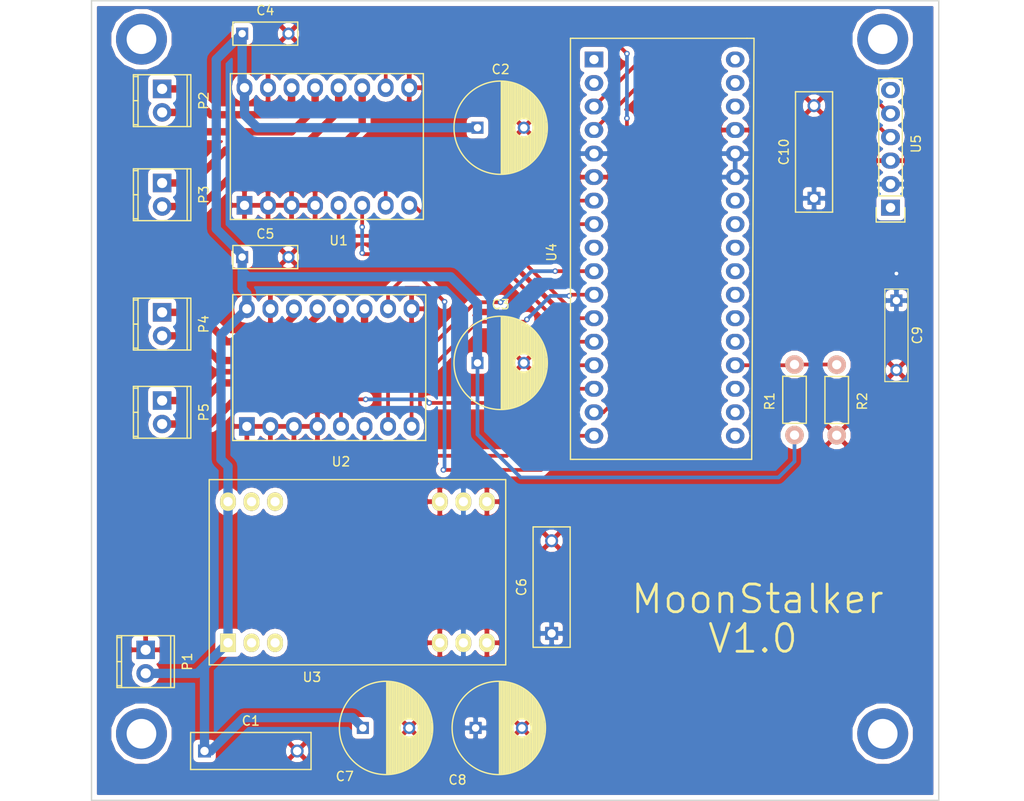
<source format=kicad_pcb>
(kicad_pcb (version 4) (host pcbnew 4.0.6-e0-6349~53~ubuntu16.04.1)
  (layers (0 F.Cu signal) (31 B.Cu signal) (34 B.Paste user) (35 F.Paste user) (36 B.SilkS user) (37 F.SilkS user) (38 B.Mask user) (39 F.Mask user) (44 Edge.Cuts user))
  (net 0 "")
  (net 1 VAA)
  (net 2 GND)
  (net 3 VCC)
  (net 4 "Net-(P2-Pad2)")
  (net 5 "Net-(P2-Pad1)")
  (net 6 "Net-(P3-Pad2)")
  (net 7 "Net-(P3-Pad1)")
  (net 8 "Net-(P4-Pad2)")
  (net 9 "Net-(P4-Pad1)")
  (net 10 "Net-(P5-Pad2)")
  (net 11 "Net-(P5-Pad1)")
  (net 12 VBATT)
  (net 13 HORIZ_RESET)
  (net 14 HORIZ_SLEEP)
  (net 15 HORIZ_STEP)
  (net 16 HORIZ_DIR)
  (net 17 HORIZ_FAULT)
  (net 18 VERT_RESET)
  (net 19 VERT_SLEEP)
  (net 20 VERT_STEP)
  (net 21 VERT_DIR)
  (net 22 VERT_FAULT)
  (net 23 "Net-(U3-Pad3)")
  (net 24 "Net-(U3-Pad2)")
  (net 25 "Net-(U3-Pad23)")
  (net 26 "Net-(U3-Pad22)")
  (net 27 "Net-(U4-Pad1)")
  (net 28 "Net-(U4-Pad2)")
  (net 29 RXD)
  (net 30 TXD)
  (net 31 "Net-(U4-Pad9)")
  (net 32 "Net-(U4-Pad18)")
  (net 33 "Net-(U4-Pad19)")
  (net 34 "Net-(U4-Pad20)")
  (net 35 "Net-(U4-Pad22)")
  (net 36 "Net-(U4-Pad23)")
  (net 37 "Net-(U4-Pad24)")
  (net 38 "Net-(U4-Pad25)")
  (net 39 "Net-(U4-Pad26)")
  (net 40 "Net-(U4-Pad27)")
  (net 41 "Net-(U4-Pad28)")
  (net 42 "Net-(U4-Pad32)")
  (net 43 "Net-(U4-Pad33)")
  (net 44 "Net-(U4-Pad34)")
  (net 45 "Net-(U5-Pad1)")
  (net 46 "Net-(U5-Pad6)")
  (module Capacitors_ThroughHole:C_Rect_L13_W4_P10 (layer F.Cu) (at 66.802 134.366)
    (fp_text reference C1 (at 5 -3.25) (layer F.SilkS))
    (fp_text value 47nF)
    (pad 1 thru_hole rect (at 0 0) (size 1.4 1.4) (drill 0.9) (layers *.Cu *.Mask) (net 1 VAA))
    (pad 2 thru_hole circle (at 10 0) (size 1.4 1.4) (drill 0.9) (layers *.Cu *.Mask) (net 2 GND))
  )
  (module Capacitors_ThroughHole:C_Radial_D10_L13_P5 (layer F.Cu) (at 96.266 67.056)
    (fp_text reference C2 (at 2.5 -6.3) (layer F.SilkS))
    (fp_text value 220uF)
    (pad 1 thru_hole rect (at 0 0) (size 1.3 1.3) (drill 0.8) (layers *.Cu *.Mask) (net 1 VAA))
    (pad 2 thru_hole circle (at 5 0) (size 1.3 1.3) (drill 0.8) (layers *.Cu *.Mask) (net 2 GND))
  )
  (module Capacitors_ThroughHole:C_Radial_D10_L13_P5 (layer F.Cu) (at 96.266 92.456)
    (fp_text reference C3 (at 2.5 -6.3) (layer F.SilkS))
    (fp_text value 220uF)
    (pad 1 thru_hole rect (at 0 0) (size 1.3 1.3) (drill 0.8) (layers *.Cu *.Mask) (net 1 VAA))
    (pad 2 thru_hole circle (at 5 0) (size 1.3 1.3) (drill 0.8) (layers *.Cu *.Mask) (net 2 GND))
  )
  (module Capacitors_ThroughHole:C_Rect_L7_W2.5_P5 (layer F.Cu) (at 70.866 56.896)
    (fp_text reference C4 (at 2.5 -2.5) (layer F.SilkS))
    (fp_text value 100nF)
    (pad 1 thru_hole rect (at 0 0) (size 1.3 1.3) (drill 0.8) (layers *.Cu *.Mask) (net 1 VAA))
    (pad 2 thru_hole circle (at 5 0) (size 1.3 1.3) (drill 0.8) (layers *.Cu *.Mask) (net 2 GND))
  )
  (module Capacitors_ThroughHole:C_Rect_L7_W2.5_P5 (layer F.Cu) (at 70.866 81.026)
    (fp_text reference C5 (at 2.5 -2.5) (layer F.SilkS))
    (fp_text value 100nF)
    (pad 1 thru_hole rect (at 0 0) (size 1.3 1.3) (drill 0.8) (layers *.Cu *.Mask) (net 1 VAA))
    (pad 2 thru_hole circle (at 5 0) (size 1.3 1.3) (drill 0.8) (layers *.Cu *.Mask) (net 2 GND))
  )
  (module Capacitors_ThroughHole:C_Rect_L13_W4_P10 (layer F.Cu) (at 104.267 121.666 90)
    (fp_text reference C6 (at 5 -3.25 90) (layer F.SilkS))
    (fp_text value 47nF)
    (pad 1 thru_hole rect (at 0 0 90) (size 1.4 1.4) (drill 0.9) (layers *.Cu *.Mask) (net 3 VCC))
    (pad 2 thru_hole circle (at 10 0 90) (size 1.4 1.4) (drill 0.9) (layers *.Cu *.Mask) (net 2 GND))
  )
  (module Capacitors_ThroughHole:C_Radial_D10_L16_P5 (layer F.Cu) (at 83.8962 131.8768)
    (fp_text reference C7 (at -1.9558 5.2324) (layer F.SilkS))
    (fp_text value 1000uF)
    (pad 1 thru_hole rect (at 0 0) (size 1.3 1.3) (drill 0.8) (layers *.Cu *.Mask) (net 1 VAA))
    (pad 2 thru_hole circle (at 5 0) (size 1.3 1.3) (drill 0.8) (layers *.Cu *.Mask) (net 2 GND))
  )
  (module Capacitors_ThroughHole:C_Radial_D10_L16_P5 (layer F.Cu) (at 96.0628 131.8768)
    (fp_text reference C8 (at -1.9558 5.6134) (layer F.SilkS))
    (fp_text value 1000uF)
    (pad 1 thru_hole rect (at 0 0) (size 1.3 1.3) (drill 0.8) (layers *.Cu *.Mask) (net 3 VCC))
    (pad 2 thru_hole circle (at 5 0) (size 1.3 1.3) (drill 0.8) (layers *.Cu *.Mask) (net 2 GND))
  )
  (module Capacitors_ThroughHole:C_Rect_L10_W2.5_P7.5 (layer F.Cu) (at 141.478 85.725 270)
    (fp_text reference C9 (at 3.75 -2.25 270) (layer F.SilkS))
    (fp_text value 47nF)
    (pad 1 thru_hole rect (at 0 0 270) (size 1.3 1.3) (drill 0.8) (layers *.Cu *.Mask) (net 3 VCC))
    (pad 2 thru_hole circle (at 7.5 0 270) (size 1.3 1.3) (drill 0.8) (layers *.Cu *.Mask) (net 2 GND))
  )
  (module Capacitors_ThroughHole:C_Rect_L13_W4_P10 (layer F.Cu) (at 132.588 74.676 90)
    (fp_text reference C10 (at 5 -3.25 90) (layer F.SilkS))
    (fp_text value 47nF)
    (pad 1 thru_hole rect (at 0 0 90) (size 1.4 1.4) (drill 0.9) (layers *.Cu *.Mask) (net 3 VCC))
    (pad 2 thru_hole circle (at 10 0 90) (size 1.4 1.4) (drill 0.9) (layers *.Cu *.Mask) (net 2 GND))
  )
  (module Terminal_Blocks:TerminalBlock_Pheonix_MPT-2.54mm_2pol (layer F.Cu) (at 60.452 123.444 270)
    (fp_text reference P1 (at 1.27 -4.50088 270) (layer F.SilkS))
    (fp_text value CONN_01X02)
    (pad 2 thru_hole oval (at 2.54 0 270) (size 1.99898 1.99898) (drill 1.09728) (layers *.Cu *.Mask) (net 1 VAA))
    (pad 1 thru_hole rect (at 0 0 270) (size 1.99898 1.99898) (drill 1.09728) (layers *.Cu *.Mask) (net 2 GND))
  )
  (module Terminal_Blocks:TerminalBlock_Pheonix_MPT-2.54mm_2pol (layer F.Cu) (at 62.23 62.865 270)
    (fp_text reference P2 (at 1.27 -4.50088 270) (layer F.SilkS))
    (fp_text value CONN_01X02)
    (pad 2 thru_hole oval (at 2.54 0 270) (size 1.99898 1.99898) (drill 1.09728) (layers *.Cu *.Mask) (net 4 "Net-(P2-Pad2)"))
    (pad 1 thru_hole rect (at 0 0 270) (size 1.99898 1.99898) (drill 1.09728) (layers *.Cu *.Mask) (net 5 "Net-(P2-Pad1)"))
  )
  (module Terminal_Blocks:TerminalBlock_Pheonix_MPT-2.54mm_2pol (layer F.Cu) (at 62.23 73.025 270)
    (fp_text reference P3 (at 1.27 -4.50088 270) (layer F.SilkS))
    (fp_text value CONN_01X02)
    (pad 2 thru_hole oval (at 2.54 0 270) (size 1.99898 1.99898) (drill 1.09728) (layers *.Cu *.Mask) (net 6 "Net-(P3-Pad2)"))
    (pad 1 thru_hole rect (at 0 0 270) (size 1.99898 1.99898) (drill 1.09728) (layers *.Cu *.Mask) (net 7 "Net-(P3-Pad1)"))
  )
  (module Terminal_Blocks:TerminalBlock_Pheonix_MPT-2.54mm_2pol (layer F.Cu) (at 62.23 86.995 270)
    (fp_text reference P4 (at 1.27 -4.50088 270) (layer F.SilkS))
    (fp_text value CONN_01X02)
    (pad 2 thru_hole oval (at 2.54 0 270) (size 1.99898 1.99898) (drill 1.09728) (layers *.Cu *.Mask) (net 8 "Net-(P4-Pad2)"))
    (pad 1 thru_hole rect (at 0 0 270) (size 1.99898 1.99898) (drill 1.09728) (layers *.Cu *.Mask) (net 9 "Net-(P4-Pad1)"))
  )
  (module Terminal_Blocks:TerminalBlock_Pheonix_MPT-2.54mm_2pol (layer F.Cu) (at 62.23 96.52 270)
    (fp_text reference P5 (at 1.27 -4.50088 270) (layer F.SilkS))
    (fp_text value CONN_01X02)
    (pad 2 thru_hole oval (at 2.54 0 270) (size 1.99898 1.99898) (drill 1.09728) (layers *.Cu *.Mask) (net 10 "Net-(P5-Pad2)"))
    (pad 1 thru_hole rect (at 0 0 270) (size 1.99898 1.99898) (drill 1.09728) (layers *.Cu *.Mask) (net 11 "Net-(P5-Pad1)"))
  )
  (module Resistors_ThroughHole:Resistor_Horizontal_RM7mm (layer F.Cu) (at 130.4798 100.24872 90)
    (fp_text reference R1 (at 3.64872 -2.6798 90) (layer F.SilkS))
    (fp_text value 3k3)
    (pad 1 thru_hole circle (at 0 0 90) (size 1.99898 1.99898) (drill 1.00076) (layers *.Cu *.SilkS *.Mask) (net 1 VAA))
    (pad 2 thru_hole circle (at 7.62 0 90) (size 1.99898 1.99898) (drill 1.00076) (layers *.Cu *.SilkS *.Mask) (net 12 VBATT))
  )
  (module Resistors_ThroughHole:Resistor_Horizontal_RM7mm (layer F.Cu) (at 135.03402 92.64904 270)
    (fp_text reference R2 (at 3.95096 -2.76598 270) (layer F.SilkS))
    (fp_text value 1k)
    (pad 1 thru_hole circle (at 0 0 270) (size 1.99898 1.99898) (drill 1.00076) (layers *.Cu *.SilkS *.Mask) (net 12 VBATT))
    (pad 2 thru_hole circle (at 7.62 0 270) (size 1.99898 1.99898) (drill 1.00076) (layers *.Cu *.SilkS *.Mask) (net 2 GND))
  )
  (module MoonStalker:Pololu_DRV8825 (layer F.Cu) (at 71.12 75.438)
    (fp_text reference U1 (at 10.16 3.81) (layer F.SilkS))
    (fp_text value Pololu_DRV8825)
    (pad 1 thru_hole rect (at 0 0) (size 1.7 2) (drill 1) (layers *.Cu *.Mask) (net 2 GND))
    (pad 2 thru_hole oval (at 2.54 0) (size 1.7 2) (drill 1) (layers *.Cu *.Mask) (net 2 GND))
    (pad 3 thru_hole oval (at 5.08 0) (size 1.7 2) (drill 1) (layers *.Cu *.Mask) (net 2 GND))
    (pad 4 thru_hole oval (at 7.62 0) (size 1.7 2) (drill 1) (layers *.Cu *.Mask) (net 2 GND))
    (pad 5 thru_hole oval (at 10.16 0) (size 1.7 2) (drill 1) (layers *.Cu *.Mask) (net 13 HORIZ_RESET))
    (pad 6 thru_hole oval (at 12.7 0) (size 1.7 2) (drill 1) (layers *.Cu *.Mask) (net 14 HORIZ_SLEEP))
    (pad 7 thru_hole oval (at 15.24 0) (size 1.7 2) (drill 1) (layers *.Cu *.Mask) (net 15 HORIZ_STEP))
    (pad 8 thru_hole oval (at 17.78 0) (size 1.7 2) (drill 1) (layers *.Cu *.Mask) (net 16 HORIZ_DIR))
    (pad 9 thru_hole oval (at 17.78 -12.7) (size 1.7 2) (drill 1) (layers *.Cu *.Mask) (net 2 GND))
    (pad 10 thru_hole oval (at 15.24 -12.7) (size 1.7 2) (drill 1) (layers *.Cu *.Mask) (net 17 HORIZ_FAULT))
    (pad 11 thru_hole oval (at 12.7 -12.7) (size 1.7 2) (drill 1) (layers *.Cu *.Mask) (net 6 "Net-(P3-Pad2)"))
    (pad 12 thru_hole oval (at 10.16 -12.7) (size 1.7 2) (drill 1) (layers *.Cu *.Mask) (net 7 "Net-(P3-Pad1)"))
    (pad 13 thru_hole oval (at 7.62 -12.7) (size 1.7 2) (drill 1) (layers *.Cu *.Mask) (net 4 "Net-(P2-Pad2)"))
    (pad 14 thru_hole oval (at 5.08 -12.7) (size 1.7 2) (drill 1) (layers *.Cu *.Mask) (net 5 "Net-(P2-Pad1)"))
    (pad 15 thru_hole oval (at 2.54 -12.7) (size 1.7 2) (drill 1) (layers *.Cu *.Mask) (net 2 GND))
    (pad 16 thru_hole oval (at 0 -12.7) (size 1.7 2) (drill 1) (layers *.Cu *.Mask) (net 1 VAA))
  )
  (module MoonStalker:Pololu_DRV8825 (layer F.Cu) (at 71.374 99.314)
    (fp_text reference U2 (at 10.16 3.81) (layer F.SilkS))
    (fp_text value Pololu_DRV8825)
    (pad 1 thru_hole rect (at 0 0) (size 1.7 2) (drill 1) (layers *.Cu *.Mask) (net 2 GND))
    (pad 2 thru_hole oval (at 2.54 0) (size 1.7 2) (drill 1) (layers *.Cu *.Mask) (net 2 GND))
    (pad 3 thru_hole oval (at 5.08 0) (size 1.7 2) (drill 1) (layers *.Cu *.Mask) (net 2 GND))
    (pad 4 thru_hole oval (at 7.62 0) (size 1.7 2) (drill 1) (layers *.Cu *.Mask) (net 2 GND))
    (pad 5 thru_hole oval (at 10.16 0) (size 1.7 2) (drill 1) (layers *.Cu *.Mask) (net 18 VERT_RESET))
    (pad 6 thru_hole oval (at 12.7 0) (size 1.7 2) (drill 1) (layers *.Cu *.Mask) (net 19 VERT_SLEEP))
    (pad 7 thru_hole oval (at 15.24 0) (size 1.7 2) (drill 1) (layers *.Cu *.Mask) (net 20 VERT_STEP))
    (pad 8 thru_hole oval (at 17.78 0) (size 1.7 2) (drill 1) (layers *.Cu *.Mask) (net 21 VERT_DIR))
    (pad 9 thru_hole oval (at 17.78 -12.7) (size 1.7 2) (drill 1) (layers *.Cu *.Mask) (net 2 GND))
    (pad 10 thru_hole oval (at 15.24 -12.7) (size 1.7 2) (drill 1) (layers *.Cu *.Mask) (net 22 VERT_FAULT))
    (pad 11 thru_hole oval (at 12.7 -12.7) (size 1.7 2) (drill 1) (layers *.Cu *.Mask) (net 10 "Net-(P5-Pad2)"))
    (pad 12 thru_hole oval (at 10.16 -12.7) (size 1.7 2) (drill 1) (layers *.Cu *.Mask) (net 11 "Net-(P5-Pad1)"))
    (pad 13 thru_hole oval (at 7.62 -12.7) (size 1.7 2) (drill 1) (layers *.Cu *.Mask) (net 8 "Net-(P4-Pad2)"))
    (pad 14 thru_hole oval (at 5.08 -12.7) (size 1.7 2) (drill 1) (layers *.Cu *.Mask) (net 9 "Net-(P4-Pad1)"))
    (pad 15 thru_hole oval (at 2.54 -12.7) (size 1.7 2) (drill 1) (layers *.Cu *.Mask) (net 2 GND))
    (pad 16 thru_hole oval (at 0 -12.7) (size 1.7 2) (drill 1) (layers *.Cu *.Mask) (net 1 VAA))
  )
  (module MoonStalker:TEL3-1211 (layer F.Cu) (at 83.312 115.062)
    (fp_text reference U3 (at -4.912 11.338) (layer F.SilkS))
    (fp_text value TEL3-1211)
    (pad 3 thru_hole oval (at -8.89 7.62) (size 1.7 2) (drill 1) (layers *.Cu *.Mask F.SilkS) (net 23 "Net-(U3-Pad3)"))
    (pad 2 thru_hole oval (at -11.43 7.62) (size 1.7 2) (drill 1) (layers *.Cu *.Mask F.SilkS) (net 24 "Net-(U3-Pad2)"))
    (pad 1 thru_hole rect (at -13.97 7.62) (size 1.7 2) (drill 1) (layers *.Cu *.Mask F.SilkS) (net 1 VAA))
    (pad 24 thru_hole oval (at -13.97 -7.62) (size 1.7 2) (drill 1) (layers *.Cu *.Mask F.SilkS) (net 1 VAA))
    (pad 23 thru_hole oval (at -11.43 -7.62) (size 1.7 2) (drill 1) (layers *.Cu *.Mask F.SilkS) (net 25 "Net-(U3-Pad23)"))
    (pad 22 thru_hole oval (at -8.89 -7.62) (size 1.7 2) (drill 1) (layers *.Cu *.Mask F.SilkS) (net 26 "Net-(U3-Pad22)"))
    (pad 15 thru_hole oval (at 8.89 -7.62) (size 1.7 2) (drill 1) (layers *.Cu *.Mask F.SilkS) (net 2 GND))
    (pad 14 thru_hole oval (at 11.43 -7.62) (size 1.7 2) (drill 1) (layers *.Cu *.Mask F.SilkS) (net 3 VCC))
    (pad 13 thru_hole oval (at 13.97 -7.62) (size 1.7 2) (drill 1) (layers *.Cu *.Mask F.SilkS) (net 2 GND))
    (pad 10 thru_hole oval (at 8.89 7.62) (size 1.7 2) (drill 1) (layers *.Cu *.Mask F.SilkS) (net 2 GND))
    (pad 11 thru_hole oval (at 11.43 7.62) (size 1.7 2) (drill 1) (layers *.Cu *.Mask F.SilkS) (net 3 VCC))
    (pad 12 thru_hole oval (at 13.97 7.62) (size 1.7 2) (drill 1) (layers *.Cu *.Mask F.SilkS) (net 2 GND))
  )
  (module MoonStalker:Arduino_Micro (layer F.Cu) (at 108.839 59.69 270)
    (fp_text reference U4 (at 20.828 4.572 270) (layer F.SilkS))
    (fp_text value Arduino_Micro)
    (pad 1 thru_hole rect (at 0 0 270) (size 1.7 2) (drill 1) (layers *.Cu *.Mask) (net 27 "Net-(U4-Pad1)"))
    (pad 2 thru_hole oval (at 2.54 0 270) (size 1.7 2) (drill 1) (layers *.Cu *.Mask) (net 28 "Net-(U4-Pad2)"))
    (pad 3 thru_hole oval (at 5.08 0 270) (size 1.7 2) (drill 1) (layers *.Cu *.Mask) (net 29 RXD))
    (pad 4 thru_hole oval (at 7.62 0 270) (size 1.7 2) (drill 1) (layers *.Cu *.Mask) (net 30 TXD))
    (pad 5 thru_hole oval (at 10.16 0 270) (size 1.7 2) (drill 1) (layers *.Cu *.Mask) (net 3 VCC))
    (pad 6 thru_hole oval (at 12.7 0 270) (size 1.7 2) (drill 1) (layers *.Cu *.Mask) (net 2 GND))
    (pad 7 thru_hole oval (at 15.24 0 270) (size 1.7 2) (drill 1) (layers *.Cu *.Mask) (net 15 HORIZ_STEP))
    (pad 8 thru_hole oval (at 17.78 0 270) (size 1.7 2) (drill 1) (layers *.Cu *.Mask) (net 16 HORIZ_DIR))
    (pad 9 thru_hole oval (at 20.32 0 270) (size 1.7 2) (drill 1) (layers *.Cu *.Mask) (net 31 "Net-(U4-Pad9)"))
    (pad 10 thru_hole oval (at 22.86 0 270) (size 1.7 2) (drill 1) (layers *.Cu *.Mask) (net 20 VERT_STEP))
    (pad 11 thru_hole oval (at 25.4 0 270) (size 1.7 2) (drill 1) (layers *.Cu *.Mask) (net 21 VERT_DIR))
    (pad 12 thru_hole oval (at 27.94 0 270) (size 1.7 2) (drill 1) (layers *.Cu *.Mask) (net 13 HORIZ_RESET))
    (pad 13 thru_hole oval (at 30.48 0 270) (size 1.7 2) (drill 1) (layers *.Cu *.Mask) (net 14 HORIZ_SLEEP))
    (pad 14 thru_hole oval (at 33.02 0 270) (size 1.7 2) (drill 1) (layers *.Cu *.Mask) (net 18 VERT_RESET))
    (pad 15 thru_hole oval (at 35.56 0 270) (size 1.7 2) (drill 1) (layers *.Cu *.Mask) (net 19 VERT_SLEEP))
    (pad 16 thru_hole oval (at 38.1 0 270) (size 1.7 2) (drill 1) (layers *.Cu *.Mask) (net 17 HORIZ_FAULT))
    (pad 17 thru_hole oval (at 40.64 0 270) (size 1.7 2) (drill 1) (layers *.Cu *.Mask) (net 22 VERT_FAULT))
    (pad 18 thru_hole oval (at 40.64 -15.24 270) (size 1.7 2) (drill 1) (layers *.Cu *.Mask) (net 32 "Net-(U4-Pad18)"))
    (pad 19 thru_hole oval (at 38.1 -15.24 270) (size 1.7 2) (drill 1) (layers *.Cu *.Mask) (net 33 "Net-(U4-Pad19)"))
    (pad 20 thru_hole oval (at 35.56 -15.24 270) (size 1.7 2) (drill 1) (layers *.Cu *.Mask) (net 34 "Net-(U4-Pad20)"))
    (pad 21 thru_hole oval (at 33.02 -15.24 270) (size 1.7 2) (drill 1) (layers *.Cu *.Mask) (net 12 VBATT))
    (pad 22 thru_hole oval (at 30.48 -15.24 270) (size 1.7 2) (drill 1) (layers *.Cu *.Mask) (net 35 "Net-(U4-Pad22)"))
    (pad 23 thru_hole oval (at 27.94 -15.24 270) (size 1.7 2) (drill 1) (layers *.Cu *.Mask) (net 36 "Net-(U4-Pad23)"))
    (pad 24 thru_hole oval (at 25.4 -15.24 270) (size 1.7 2) (drill 1) (layers *.Cu *.Mask) (net 37 "Net-(U4-Pad24)"))
    (pad 25 thru_hole oval (at 22.86 -15.24 270) (size 1.7 2) (drill 1) (layers *.Cu *.Mask) (net 38 "Net-(U4-Pad25)"))
    (pad 26 thru_hole oval (at 20.32 -15.24 270) (size 1.7 2) (drill 1) (layers *.Cu *.Mask) (net 39 "Net-(U4-Pad26)"))
    (pad 27 thru_hole oval (at 17.78 -15.24 270) (size 1.7 2) (drill 1) (layers *.Cu *.Mask) (net 40 "Net-(U4-Pad27)"))
    (pad 28 thru_hole oval (at 15.24 -15.24 270) (size 1.7 2) (drill 1) (layers *.Cu *.Mask) (net 41 "Net-(U4-Pad28)"))
    (pad 29 thru_hole oval (at 12.7 -15.24 270) (size 1.7 2) (drill 1) (layers *.Cu *.Mask) (net 3 VCC))
    (pad 30 thru_hole oval (at 10.16 -15.24 270) (size 1.7 2) (drill 1) (layers *.Cu *.Mask) (net 3 VCC))
    (pad 31 thru_hole oval (at 7.62 -15.24 270) (size 1.7 2) (drill 1) (layers *.Cu *.Mask) (net 2 GND))
    (pad 32 thru_hole oval (at 5.08 -15.24 270) (size 1.7 2) (drill 1) (layers *.Cu *.Mask) (net 42 "Net-(U4-Pad32)"))
    (pad 33 thru_hole oval (at 2.54 -15.24 270) (size 1.7 2) (drill 1) (layers *.Cu *.Mask) (net 43 "Net-(U4-Pad33)"))
    (pad 34 thru_hole oval (at 0 -15.24 270) (size 1.7 2) (drill 1) (layers *.Cu *.Mask) (net 44 "Net-(U4-Pad34)"))
  )
  (module Socket_Strips:Socket_Strip_Straight_1x06 (layer F.Cu) (at 140.843 75.692 90)
    (fp_text reference U5 (at 6.892 2.757 90) (layer F.SilkS))
    (fp_text value HC-05_Bluetooth_Radio)
    (pad 1 thru_hole rect (at 0 0 90) (size 1.7272 2.032) (drill 1.016) (layers *.Cu *.Mask) (net 45 "Net-(U5-Pad1)"))
    (pad 2 thru_hole oval (at 2.54 0 90) (size 1.7272 2.032) (drill 1.016) (layers *.Cu *.Mask) (net 3 VCC))
    (pad 3 thru_hole oval (at 5.08 0 90) (size 1.7272 2.032) (drill 1.016) (layers *.Cu *.Mask) (net 2 GND))
    (pad 4 thru_hole oval (at 7.62 0 90) (size 1.7272 2.032) (drill 1.016) (layers *.Cu *.Mask) (net 30 TXD))
    (pad 5 thru_hole oval (at 10.16 0 90) (size 1.7272 2.032) (drill 1.016) (layers *.Cu *.Mask) (net 29 RXD))
    (pad 6 thru_hole oval (at 12.7 0 90) (size 1.7272 2.032) (drill 1.016) (layers *.Cu *.Mask) (net 46 "Net-(U5-Pad6)"))
  )
  (module Mounting_Holes:MountingHole_3.2mm_M3_ISO14580_Pad (layer F.Cu) (at 60 57.5)
    (fp_text reference REF** hide)
    (fp_text value MountingHole_3.2mm_M3_ISO14580_Pad)
    (pad 1 thru_hole circle (at 0 0) (size 5.5 5.5) (drill 3.2) (layers *.Cu *.Mask))
  )
  (module Mounting_Holes:MountingHole_3.2mm_M3_ISO14580_Pad (layer F.Cu) (at 140 57.5)
    (fp_text reference REF** hide)
    (fp_text value MountingHole_3.2mm_M3_ISO14580_Pad)
    (pad 1 thru_hole circle (at 0 0) (size 5.5 5.5) (drill 3.2) (layers *.Cu *.Mask))
  )
  (module Mounting_Holes:MountingHole_3.2mm_M3_ISO14580_Pad (layer F.Cu) (at 60 132.5)
    (fp_text reference REF** hide)
    (fp_text value MountingHole_3.2mm_M3_ISO14580_Pad)
    (pad 1 thru_hole circle (at 0 0) (size 5.5 5.5) (drill 3.2) (layers *.Cu *.Mask))
  )
  (module Mounting_Holes:MountingHole_3.2mm_M3_ISO14580_Pad (layer F.Cu) (at 140 132.5)
    (fp_text reference REF** hide)
    (fp_text value MountingHole_3.2mm_M3_ISO14580_Pad)
    (pad 1 thru_hole circle (at 0 0) (size 5.5 5.5) (drill 3.2) (layers *.Cu *.Mask))
  )
  (gr_text V1.0 (at 125.984 122.2248) (layer F.SilkS) (effects (font (size 3 3) (thickness 0.3))))
  (gr_text MoonStalker (at 126.492 117.9576) (layer F.SilkS) (effects (font (size 3 3) (thickness 0.3))))
  (gr_line (start 146.05 53.34) (end 54.61 53.34) (angle 90) (layer Edge.Cuts) (width 0.15))
  (gr_line (start 146.05 139.7) (end 146.05 53.34) (angle 90) (layer Edge.Cuts) (width 0.15))
  (gr_line (start 54.61 139.7) (end 146.05 139.7) (angle 90) (layer Edge.Cuts) (width 0.15))
  (gr_line (start 54.61 53.34) (end 54.61 139.7) (angle 90) (layer Edge.Cuts) (width 0.15))
  (segment (start 96.266 92.456) (end 96.266 86.0552) (width 1) (layer B.Cu) (net 1))
  (segment (start 71.4756 83.1596) (end 70.866 82.55) (width 1) (layer B.Cu) (net 1))
  (segment (start 93.3704 83.1596) (end 71.4756 83.1596) (width 1) (layer B.Cu) (net 1))
  (segment (start 96.266 86.0552) (end 93.3704 83.1596) (width 1) (layer B.Cu) (net 1))
  (segment (start 66.802 134.366) (end 67.4624 134.366) (width 1) (layer B.Cu) (net 1))
  (segment (start 67.4624 134.366) (end 71.0692 130.7592) (width 1) (layer B.Cu) (net 1))
  (segment (start 82.7786 130.7592) (end 83.8962 131.8768) (width 1) (layer B.Cu) (net 1))
  (segment (start 71.0692 130.7592) (end 82.7786 130.7592) (width 1) (layer B.Cu) (net 1))
  (segment (start 66.802 134.366) (end 66.802 125.222) (width 1) (layer B.Cu) (net 1))
  (segment (start 130.4798 100.24872) (end 130.4798 103.0986) (width 0.4) (layer B.Cu) (net 1))
  (segment (start 130.4798 103.0986) (end 128.7526 104.8258) (width 0.4) (layer B.Cu) (net 1))
  (segment (start 128.7526 104.8258) (end 100.9142 104.8258) (width 0.4) (layer B.Cu) (net 1))
  (segment (start 100.9142 104.8258) (end 96.266 100.1776) (width 0.4) (layer B.Cu) (net 1))
  (segment (start 96.266 100.1776) (end 96.266 92.456) (width 0.4) (layer B.Cu) (net 1))
  (segment (start 71.12 65.659) (end 71.12 62.738) (width 1) (layer B.Cu) (net 1))
  (segment (start 72.517 67.056) (end 71.12 65.659) (width 1) (layer B.Cu) (net 1))
  (segment (start 96.266 67.056) (end 72.517 67.056) (width 1) (layer B.Cu) (net 1))
  (segment (start 70.866 56.896) (end 70.866 62.484) (width 1) (layer B.Cu) (net 1))
  (segment (start 70.866 81.026) (end 70.866 80.772) (width 0.25) (layer B.Cu) (net 1))
  (segment (start 70.866 80.772) (end 68.072 77.978) (width 1) (layer B.Cu) (net 1))
  (segment (start 68.072 59.69) (end 70.866 56.896) (width 1) (layer B.Cu) (net 1))
  (segment (start 68.072 77.978) (end 68.072 59.69) (width 1) (layer B.Cu) (net 1))
  (segment (start 70.866 84.455) (end 70.866 82.55) (width 1) (layer B.Cu) (net 1))
  (segment (start 71.374 84.963) (end 70.866 84.455) (width 1) (layer B.Cu) (net 1))
  (segment (start 71.374 86.614) (end 71.374 84.963) (width 1) (layer B.Cu) (net 1))
  (segment (start 70.866 82.55) (end 70.866 81.026) (width 1) (layer B.Cu) (net 1))
  (segment (start 69.342 107.442) (end 69.342 103.632) (width 1) (layer B.Cu) (net 1))
  (segment (start 69.342 103.632) (end 68.58 102.87) (width 1) (layer B.Cu) (net 1))
  (segment (start 68.58 102.87) (end 68.58 89.408) (width 1) (layer B.Cu) (net 1))
  (segment (start 68.58 89.408) (end 71.374 86.614) (width 1) (layer B.Cu) (net 1))
  (segment (start 69.342 122.682) (end 69.342 107.442) (width 1) (layer B.Cu) (net 1))
  (segment (start 66.802 134.366) (end 67.437 134.366) (width 0.25) (layer B.Cu) (net 1))
  (segment (start 60.452 125.984) (end 66.04 125.984) (width 1) (layer B.Cu) (net 1))
  (segment (start 66.04 125.984) (end 66.802 125.222) (width 1) (layer B.Cu) (net 1))
  (segment (start 66.802 125.222) (end 69.342 122.682) (width 1) (layer B.Cu) (net 1))
  (segment (start 70.866 62.484) (end 71.12 62.738) (width 0.25) (layer B.Cu) (net 1))
  (segment (start 141.478 85.725) (end 141.478 82.804) (width 0.25) (layer B.Cu) (net 3))
  (via (at 141.478 82.804) (size 0.6) (drill 0.4) (layers F.Cu B.Cu) (net 3))
  (segment (start 62.23 65.405) (end 64.3255 65.405) (width 0.8) (layer F.Cu) (net 4))
  (segment (start 78.74 64.9605) (end 78.74 62.738) (width 0.8) (layer F.Cu) (net 4))
  (segment (start 76.2 67.5005) (end 78.74 64.9605) (width 0.8) (layer F.Cu) (net 4))
  (segment (start 66.421 67.5005) (end 76.2 67.5005) (width 0.8) (layer F.Cu) (net 4))
  (segment (start 64.3255 65.405) (end 66.421 67.5005) (width 0.8) (layer F.Cu) (net 4))
  (segment (start 62.23 62.865) (end 64.7065 62.865) (width 0.8) (layer F.Cu) (net 5))
  (segment (start 76.2 64.1985) (end 76.2 62.738) (width 0.8) (layer F.Cu) (net 5))
  (segment (start 74.7395 65.659) (end 76.2 64.1985) (width 0.8) (layer F.Cu) (net 5))
  (segment (start 67.5005 65.659) (end 74.7395 65.659) (width 0.8) (layer F.Cu) (net 5))
  (segment (start 64.7065 62.865) (end 67.5005 65.659) (width 0.8) (layer F.Cu) (net 5))
  (segment (start 62.23 75.565) (end 66.421 75.565) (width 0.8) (layer F.Cu) (net 6))
  (segment (start 83.82 66.802) (end 83.82 62.738) (width 0.8) (layer F.Cu) (net 6))
  (segment (start 78.486 72.136) (end 83.82 66.802) (width 0.8) (layer F.Cu) (net 6))
  (segment (start 69.85 72.136) (end 78.486 72.136) (width 0.8) (layer F.Cu) (net 6))
  (segment (start 66.421 75.565) (end 69.85 72.136) (width 0.8) (layer F.Cu) (net 6))
  (segment (start 83.82 62.888) (end 83.82 62.738) (width 0.25) (layer F.Cu) (net 6))
  (segment (start 62.23 73.025) (end 65.532 73.025) (width 0.8) (layer F.Cu) (net 7))
  (segment (start 81.28 65.278) (end 81.28 62.738) (width 0.8) (layer F.Cu) (net 7))
  (segment (start 77.089 69.469) (end 81.28 65.278) (width 0.8) (layer F.Cu) (net 7))
  (segment (start 69.088 69.469) (end 77.089 69.469) (width 0.8) (layer F.Cu) (net 7))
  (segment (start 65.532 73.025) (end 69.088 69.469) (width 0.8) (layer F.Cu) (net 7))
  (segment (start 62.23 89.535) (end 65.659 89.535) (width 0.8) (layer F.Cu) (net 8))
  (segment (start 74.168 92.202) (end 78.994 87.376) (width 0.8) (layer F.Cu) (net 8))
  (segment (start 68.326 92.202) (end 74.168 92.202) (width 0.8) (layer F.Cu) (net 8))
  (segment (start 65.659 89.535) (end 68.326 92.202) (width 0.8) (layer F.Cu) (net 8))
  (segment (start 78.994 87.376) (end 78.994 86.614) (width 0.8) (layer F.Cu) (net 8))
  (segment (start 62.23 86.995) (end 66.04 86.995) (width 0.8) (layer F.Cu) (net 9))
  (segment (start 66.04 86.995) (end 69.215 90.17) (width 0.8) (layer F.Cu) (net 9))
  (segment (start 69.215 90.17) (end 73.66 90.17) (width 0.8) (layer F.Cu) (net 9))
  (segment (start 73.66 90.17) (end 76.454 87.376) (width 0.8) (layer F.Cu) (net 9))
  (segment (start 76.454 87.376) (end 76.454 86.614) (width 0.25) (layer F.Cu) (net 9))
  (segment (start 62.23 99.06) (end 67.437 99.06) (width 0.8) (layer F.Cu) (net 10))
  (segment (start 84.074 89.916) (end 84.074 86.614) (width 0.8) (layer F.Cu) (net 10))
  (segment (start 77.216 96.774) (end 84.074 89.916) (width 0.8) (layer F.Cu) (net 10))
  (segment (start 69.723 96.774) (end 77.216 96.774) (width 0.8) (layer F.Cu) (net 10))
  (segment (start 67.437 99.06) (end 69.723 96.774) (width 0.8) (layer F.Cu) (net 10))
  (segment (start 62.23 96.52) (end 66.675 96.52) (width 0.8) (layer F.Cu) (net 11))
  (segment (start 81.407 88.773) (end 81.407 86.741) (width 0.8) (layer F.Cu) (net 11))
  (segment (start 75.565 94.615) (end 81.407 88.773) (width 0.8) (layer F.Cu) (net 11))
  (segment (start 68.58 94.615) (end 75.565 94.615) (width 0.8) (layer F.Cu) (net 11))
  (segment (start 66.675 96.52) (end 68.58 94.615) (width 0.8) (layer F.Cu) (net 11))
  (segment (start 81.407 86.741) (end 81.534 86.614) (width 0.8) (layer F.Cu) (net 11))
  (segment (start 130.4798 92.62872) (end 135.0137 92.62872) (width 0.4) (layer F.Cu) (net 12))
  (segment (start 135.0137 92.62872) (end 135.03402 92.64904) (width 0.25) (layer F.Cu) (net 12))
  (segment (start 124.079 92.71) (end 130.39852 92.71) (width 0.4) (layer F.Cu) (net 12))
  (segment (start 130.39852 92.71) (end 130.4798 92.62872) (width 0.25) (layer F.Cu) (net 12))
  (segment (start 108.839 87.63) (end 107.315 87.63) (width 0.4) (layer F.Cu) (net 13))
  (segment (start 81.28 77.47) (end 81.28 75.438) (width 0.4) (layer F.Cu) (net 13))
  (segment (start 82.55 78.74) (end 81.28 77.47) (width 0.4) (layer F.Cu) (net 13))
  (segment (start 98.425 78.74) (end 82.55 78.74) (width 0.4) (layer F.Cu) (net 13))
  (segment (start 107.315 87.63) (end 98.425 78.74) (width 0.4) (layer F.Cu) (net 13))
  (segment (start 108.839 90.17) (end 107.061 90.17) (width 0.4) (layer F.Cu) (net 14))
  (segment (start 107.061 90.17) (end 97.5995 80.7085) (width 0.4) (layer F.Cu) (net 14))
  (segment (start 97.5995 80.7085) (end 83.947 80.7085) (width 0.4) (layer F.Cu) (net 14))
  (segment (start 83.947 80.7085) (end 83.82 80.5815) (width 0.4) (layer F.Cu) (net 14))
  (via (at 83.82 80.5815) (size 0.6) (drill 0.3302) (layers F.Cu B.Cu) (net 14))
  (segment (start 83.82 80.5815) (end 83.82 77.7875) (width 0.4) (layer B.Cu) (net 14))
  (via (at 83.82 77.7875) (size 0.6) (drill 0.3302) (layers F.Cu B.Cu) (net 14))
  (segment (start 83.82 77.7875) (end 83.82 75.438) (width 0.4) (layer F.Cu) (net 14))
  (segment (start 108.839 74.93) (end 90.805 74.93) (width 0.4) (layer F.Cu) (net 15))
  (segment (start 90.805 74.93) (end 88.9 73.025) (width 0.4) (layer F.Cu) (net 15))
  (segment (start 88.9 73.025) (end 86.995 73.025) (width 0.4) (layer F.Cu) (net 15))
  (segment (start 86.995 73.025) (end 86.36 73.66) (width 0.4) (layer F.Cu) (net 15))
  (segment (start 86.36 73.66) (end 86.36 75.438) (width 0.4) (layer F.Cu) (net 15))
  (segment (start 108.839 77.47) (end 91.44 77.47) (width 0.4) (layer F.Cu) (net 16))
  (segment (start 91.44 77.47) (end 89.408 75.438) (width 0.4) (layer F.Cu) (net 16))
  (segment (start 89.408 75.438) (end 88.9 75.438) (width 0.25) (layer F.Cu) (net 16))
  (segment (start 108.839 97.79) (end 109.855 97.79) (width 0.4) (layer F.Cu) (net 17))
  (segment (start 109.855 97.79) (end 112.395 95.25) (width 0.4) (layer F.Cu) (net 17))
  (segment (start 112.395 95.25) (end 112.395 66.04) (width 0.4) (layer F.Cu) (net 17))
  (via (at 112.395 66.04) (size 0.6) (drill 0.3302) (layers F.Cu B.Cu) (net 17))
  (segment (start 112.395 66.04) (end 112.395 59.055) (width 0.4) (layer B.Cu) (net 17))
  (via (at 112.395 59.055) (size 0.6) (drill 0.3302) (layers F.Cu B.Cu) (net 17))
  (segment (start 112.395 59.055) (end 110.49 57.15) (width 0.4) (layer F.Cu) (net 17))
  (segment (start 110.49 57.15) (end 88.9 57.15) (width 0.4) (layer F.Cu) (net 17))
  (segment (start 88.9 57.15) (end 86.36 59.69) (width 0.4) (layer F.Cu) (net 17))
  (segment (start 86.36 59.69) (end 86.36 62.738) (width 0.4) (layer F.Cu) (net 17))
  (segment (start 108.839 92.71) (end 106.68 92.71) (width 0.4) (layer F.Cu) (net 18))
  (segment (start 81.534 97.409) (end 81.534 99.314) (width 0.4) (layer F.Cu) (net 18))
  (segment (start 82.55 96.393) (end 81.534 97.409) (width 0.4) (layer F.Cu) (net 18))
  (segment (start 84.201 96.393) (end 82.55 96.393) (width 0.4) (layer F.Cu) (net 18))
  (via (at 84.201 96.393) (size 0.6) (drill 0.3302) (layers F.Cu B.Cu) (net 18))
  (segment (start 90.678 96.393) (end 84.201 96.393) (width 0.4) (layer B.Cu) (net 18))
  (segment (start 91.059 96.774) (end 90.678 96.393) (width 0.4) (layer B.Cu) (net 18))
  (via (at 91.059 96.774) (size 0.6) (drill 0.3302) (layers F.Cu B.Cu) (net 18))
  (segment (start 102.616 96.774) (end 91.059 96.774) (width 0.4) (layer F.Cu) (net 18))
  (segment (start 106.68 92.71) (end 102.616 96.774) (width 0.4) (layer F.Cu) (net 18))
  (segment (start 108.839 92.71) (end 108.204 92.71) (width 0.25) (layer F.Cu) (net 18))
  (segment (start 108.839 95.25) (end 106.68 95.25) (width 0.4) (layer F.Cu) (net 19))
  (segment (start 84.074 101.346) (end 84.074 99.314) (width 0.4) (layer F.Cu) (net 19))
  (segment (start 85.217 102.489) (end 84.074 101.346) (width 0.4) (layer F.Cu) (net 19))
  (segment (start 99.441 102.489) (end 85.217 102.489) (width 0.4) (layer F.Cu) (net 19))
  (segment (start 106.68 95.25) (end 99.441 102.489) (width 0.4) (layer F.Cu) (net 19))
  (segment (start 86.614 99.314) (end 86.614 95.3516) (width 0.4) (layer F.Cu) (net 20))
  (segment (start 104.648 82.55) (end 108.839 82.55) (width 0.4) (layer F.Cu) (net 20))
  (via (at 104.648 82.55) (size 0.6) (drill 0.3302) (layers F.Cu B.Cu) (net 20))
  (segment (start 102.108 82.55) (end 104.648 82.55) (width 0.4) (layer B.Cu) (net 20))
  (segment (start 98.7552 85.9028) (end 102.108 82.55) (width 0.4) (layer B.Cu) (net 20))
  (via (at 98.7552 85.9028) (size 0.6) (drill 0.3302) (layers F.Cu B.Cu) (net 20))
  (segment (start 96.0628 85.9028) (end 98.7552 85.9028) (width 0.4) (layer F.Cu) (net 20))
  (segment (start 86.614 95.3516) (end 96.0628 85.9028) (width 0.4) (layer F.Cu) (net 20))
  (segment (start 89.154 99.314) (end 89.154 95.123) (width 0.4) (layer F.Cu) (net 21))
  (segment (start 89.154 95.123) (end 96.266 88.011) (width 0.4) (layer F.Cu) (net 21))
  (segment (start 96.266 88.011) (end 101.346 88.011) (width 0.4) (layer F.Cu) (net 21))
  (segment (start 101.346 88.011) (end 101.6 87.757) (width 0.4) (layer F.Cu) (net 21))
  (via (at 101.6 87.757) (size 0.6) (drill 0.3302) (layers F.Cu B.Cu) (net 21))
  (segment (start 101.6 87.757) (end 104.14 85.217) (width 0.4) (layer B.Cu) (net 21))
  (segment (start 104.14 85.217) (end 106.172 85.217) (width 0.4) (layer B.Cu) (net 21))
  (via (at 106.172 85.217) (size 0.6) (drill 0.3302) (layers F.Cu B.Cu) (net 21))
  (segment (start 106.172 85.217) (end 106.299 85.09) (width 0.4) (layer F.Cu) (net 21))
  (segment (start 106.299 85.09) (end 108.839 85.09) (width 0.4) (layer F.Cu) (net 21))
  (segment (start 108.839 100.33) (end 106.807 100.33) (width 0.4) (layer F.Cu) (net 22))
  (segment (start 106.807 100.33) (end 103.124 104.013) (width 0.4) (layer F.Cu) (net 22))
  (segment (start 103.124 104.013) (end 92.583 104.013) (width 0.4) (layer F.Cu) (net 22))
  (via (at 92.583 104.013) (size 0.6) (drill 0.3302) (layers F.Cu B.Cu) (net 22))
  (segment (start 92.583 104.013) (end 92.71 103.886) (width 0.4) (layer B.Cu) (net 22))
  (segment (start 92.71 103.886) (end 92.71 85.852) (width 0.4) (layer B.Cu) (net 22))
  (via (at 92.71 85.852) (size 0.6) (drill 0.3302) (layers F.Cu B.Cu) (net 22))
  (segment (start 92.71 85.852) (end 90.297 83.439) (width 0.4) (layer F.Cu) (net 22))
  (segment (start 90.297 83.439) (end 88.138 83.439) (width 0.4) (layer F.Cu) (net 22))
  (segment (start 88.138 83.439) (end 86.614 84.963) (width 0.4) (layer F.Cu) (net 22))
  (segment (start 86.614 84.963) (end 86.614 86.614) (width 0.4) (layer F.Cu) (net 22))
  (segment (start 140.843 65.532) (end 140.716 65.532) (width 0.25) (layer F.Cu) (net 29))
  (segment (start 140.716 65.532) (end 131.953 56.769) (width 0.4) (layer F.Cu) (net 29))
  (segment (start 116.84 56.769) (end 108.839 64.77) (width 0.4) (layer F.Cu) (net 29))
  (segment (start 131.953 56.769) (end 116.84 56.769) (width 0.4) (layer F.Cu) (net 29))
  (segment (start 140.843 68.072) (end 140.716 68.072) (width 0.25) (layer F.Cu) (net 30))
  (segment (start 140.716 68.072) (end 130.302 57.658) (width 0.4) (layer F.Cu) (net 30))
  (segment (start 118.491 57.658) (end 108.839 67.31) (width 0.4) (layer F.Cu) (net 30))
  (segment (start 130.302 57.658) (end 118.491 57.658) (width 0.4) (layer F.Cu) (net 30))
  (zone (net 2) (net_name GND) (layer F.Cu) (connect_pads (clearance 0.508)) (min_thickness 0.254) (fill yes (arc_segments 16) (thermal_gap 0.508) (thermal_bridge_width 0.508))
    (polygon (pts (xy 146.05 139.7) (xy 54.61 139.7) (xy 54.61 53.34) (xy 146.05 53.34)))
  )
  (zone (net 3) (net_name VCC) (layer B.Cu) (connect_pads (clearance 0.508)) (min_thickness 0.254) (fill yes (arc_segments 16) (thermal_gap 0.508) (thermal_bridge_width 0.508))
    (polygon (pts (xy 146.05 139.7) (xy 54.61 139.7) (xy 54.61 53.34) (xy 146.05 53.34)))
  )
)
</source>
